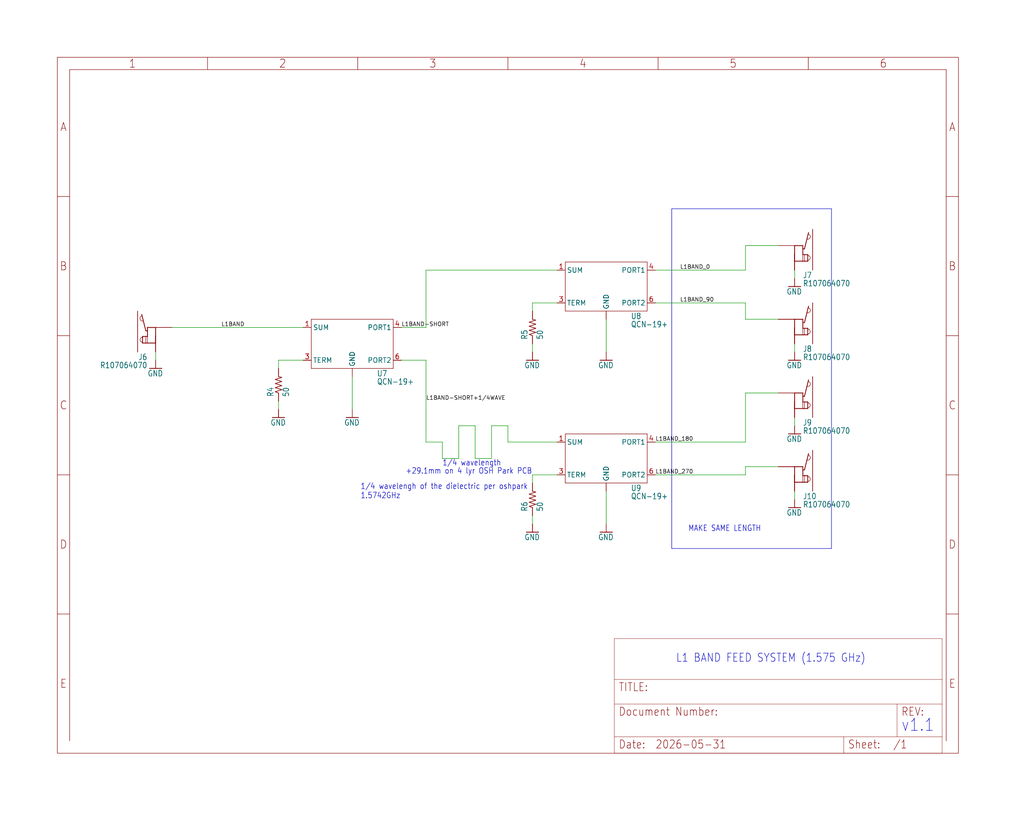
<source format=kicad_sch>
(kicad_sch (version 20250114) (generator "eeschema") (generator_version "9.0")
  (paper "User" 317.5 254.127)
  (lib_symbols
    (symbol "plusz-end-card-with-turnstile-mezzanine-eagle-import:FRAME_A_L"
      (symbol "FRAME_A_L_1_0"
        (polyline (pts (xy 0 215.9) (xy 279.4 215.9) (xy 279.4 0) (xy 0 0) (xy 0 215.9)))
        (polyline (pts (xy 0 172.72) (xy 3.81 172.72)))
        (polyline (pts (xy 0 129.54) (xy 3.81 129.54)))
        (polyline (pts (xy 0 86.36) (xy 3.81 86.36)))
        (polyline (pts (xy 0 43.18) (xy 3.81 43.18)))
        (polyline (pts (xy 3.81 212.09) (xy 3.81 3.81)))
        (polyline (pts (xy 46.5667 215.9) (xy 46.5667 212.09)))
        (polyline (pts (xy 93.1333 215.9) (xy 93.1333 212.09)))
        (polyline (pts (xy 139.7 215.9) (xy 139.7 212.09)))
        (polyline (pts (xy 186.2667 215.9) (xy 186.2667 212.09)))
        (polyline (pts (xy 232.8333 215.9) (xy 232.8333 212.09)))
        (polyline (pts (xy 275.59 212.09) (xy 3.81 212.09)))
        (polyline (pts (xy 275.59 212.09) (xy 275.59 3.81)))
        (polyline (pts (xy 275.59 172.72) (xy 279.4 172.72)))
        (polyline (pts (xy 275.59 129.54) (xy 279.4 129.54)))
        (polyline (pts (xy 275.59 86.36) (xy 279.4 86.36)))
        (polyline (pts (xy 275.59 43.18) (xy 279.4 43.18)))
        (text "A" (at 1.905 194.31 0) (effects (font (size 2.54 2.286))))
        (text "B" (at 1.905 151.13 0) (effects (font (size 2.54 2.286))))
        (text "C" (at 1.905 107.95 0) (effects (font (size 2.54 2.286))))
        (text "D" (at 1.905 64.77 0) (effects (font (size 2.54 2.286))))
        (text "E" (at 1.905 21.59 0) (effects (font (size 2.54 2.286))))
        (text "1" (at 23.2833 213.995 0) (effects (font (size 2.54 2.286))))
        (text "2" (at 69.85 213.995 0) (effects (font (size 2.54 2.286))))
        (text "3" (at 116.4167 213.995 0) (effects (font (size 2.54 2.286))))
        (text "4" (at 162.9833 213.995 0) (effects (font (size 2.54 2.286))))
        (text "5" (at 209.55 213.995 0) (effects (font (size 2.54 2.286))))
        (text "6" (at 256.1167 213.995 0) (effects (font (size 2.54 2.286))))
        (text "A" (at 277.495 194.31 0) (effects (font (size 2.54 2.286))))
        (text "B" (at 277.495 151.13 0) (effects (font (size 2.54 2.286))))
        (text "C" (at 277.495 107.95 0) (effects (font (size 2.54 2.286))))
        (text "D" (at 277.495 64.77 0) (effects (font (size 2.54 2.286))))
        (text "E" (at 277.495 21.59 0) (effects (font (size 2.54 2.286))))
      )
      (symbol "FRAME_A_L_2_0"
        (polyline (pts (xy 0 22.86) (xy 0 35.56)) (stroke (width 0.1016)))
        (polyline (pts (xy 0 22.86) (xy 101.6 22.86)) (stroke (width 0.1016)))
        (polyline (pts (xy 0 15.24) (xy 0 22.86)) (stroke (width 0.1016)))
        (polyline (pts (xy 0 5.08) (xy 0 15.24)) (stroke (width 0.1016)))
        (polyline (pts (xy 0 5.08) (xy 71.12 5.08)) (stroke (width 0.1016)))
        (polyline (pts (xy 0 0) (xy 0 5.08)) (stroke (width 0.1016)))
        (polyline (pts (xy 0 0) (xy 71.12 0)) (stroke (width 0.1016)))
        (polyline (pts (xy 71.12 5.08) (xy 71.12 0)) (stroke (width 0.1016)))
        (polyline (pts (xy 71.12 5.08) (xy 87.63 5.08)) (stroke (width 0.1016)))
        (polyline (pts (xy 71.12 0) (xy 101.6 0)) (stroke (width 0.1016)))
        (polyline (pts (xy 87.63 15.24) (xy 0 15.24)) (stroke (width 0.1016)))
        (polyline (pts (xy 87.63 15.24) (xy 87.63 5.08)) (stroke (width 0.1016)))
        (polyline (pts (xy 87.63 5.08) (xy 101.6 5.08)) (stroke (width 0.1016)))
        (polyline (pts (xy 101.6 35.56) (xy 0 35.56)) (stroke (width 0.1016)))
        (polyline (pts (xy 101.6 35.56) (xy 101.6 22.86)) (stroke (width 0.1016)))
        (polyline (pts (xy 101.6 22.86) (xy 101.6 15.24)) (stroke (width 0.1016)))
        (polyline (pts (xy 101.6 15.24) (xy 87.63 15.24)) (stroke (width 0.1016)))
        (polyline (pts (xy 101.6 15.24) (xy 101.6 5.08)) (stroke (width 0.1016)))
        (polyline (pts (xy 101.6 5.08) (xy 101.6 0)) (stroke (width 0.1016)))
        (text "TITLE:" (at 1.27 19.05 0) (effects (font (size 2.54 2.159)) (justify left bottom)))
        (text "Document Number:" (at 1.27 11.43 0) (effects (font (size 2.54 2.159)) (justify left bottom)))
        (text "Date:" (at 1.27 1.27 0) (effects (font (size 2.54 2.159)) (justify left bottom)))
        (text "${CURRENT_DATE}" (at 12.7 1.27 0) (effects (font (size 2.54 2.159)) (justify left bottom)))
        (text "${PROJECTNAME}" (at 17.78 19.05 0) (effects (font (size 2.54 2.159)) (justify left bottom)))
        (text "Sheet:" (at 72.39 1.27 0) (effects (font (size 2.54 2.159)) (justify left bottom)))
        (text "${#}/${##}" (at 86.36 1.27 0) (effects (font (size 2.54 2.159)) (justify left bottom)))
        (text "REV:" (at 88.9 11.43 0) (effects (font (size 2.54 2.159)) (justify left bottom)))
      )
    )
    (symbol "plusz-end-card-with-turnstile-mezzanine-eagle-import:GND" (power)
      (symbol "GND_1_0"
        (polyline (pts (xy -1.905 0) (xy 1.905 0)) (stroke (width 0.254)))
        (pin power_in line (at 0 2.54 270) (length 2.54) (name "GND") (number "1"))
      )
    )
    (symbol "plusz-end-card-with-turnstile-mezzanine-eagle-import:QCN-XXX+"
      (property "Reference" "U" (at 7.62 -10.16 0))
      (symbol "QCN-XXX+_1_0"
        (polyline (pts (xy -12.7 7.62) (xy -12.7 -7.62)) (stroke (width 0.1524)))
        (polyline (pts (xy -12.7 -7.62) (xy 12.7 -7.62)) (stroke (width 0.1524)))
        (polyline (pts (xy 12.7 7.62) (xy -12.7 7.62)) (stroke (width 0.1524)))
        (polyline (pts (xy 12.7 -7.62) (xy 12.7 7.62)) (stroke (width 0.1524)))
        (pin bidirectional line (at -15.24 5.08 0) (length 2.54) (name "SUM") (number "1"))
        (pin bidirectional line (at -15.24 -5.08 0) (length 2.54) (name "TERM") (number "3"))
        (pin power_in line (at 0 -10.16 90) (length 2.54) (name "GND") (number "2"))
        (pin power_in line (at 0 -10.16 90) (length 2.54) (name "GND") (number "5"))
        (pin bidirectional line (at 15.24 5.08 180) (length 2.54) (name "PORT1") (number "4"))
        (pin bidirectional line (at 15.24 -5.08 180) (length 2.54) (name "PORT2") (number "6"))
      )
    )
    (symbol "plusz-end-card-with-turnstile-mezzanine-eagle-import:R-US_0603-C-NOSILK"
      (property "Reference" "R" (at -3.81 1.4986 0))
      (symbol "R-US_0603-C-NOSILK_1_0"
        (polyline (pts (xy -2.54 0) (xy -2.159 1.016)) (stroke (width 0.2032)))
        (polyline (pts (xy -2.159 1.016) (xy -1.524 -1.016)) (stroke (width 0.2032)))
        (polyline (pts (xy -1.524 -1.016) (xy -0.889 1.016)) (stroke (width 0.2032)))
        (polyline (pts (xy -0.889 1.016) (xy -0.254 -1.016)) (stroke (width 0.2032)))
        (polyline (pts (xy -0.254 -1.016) (xy 0.381 1.016)) (stroke (width 0.2032)))
        (polyline (pts (xy 0.381 1.016) (xy 1.016 -1.016)) (stroke (width 0.2032)))
        (polyline (pts (xy 1.016 -1.016) (xy 1.651 1.016)) (stroke (width 0.2032)))
        (polyline (pts (xy 1.651 1.016) (xy 2.286 -1.016)) (stroke (width 0.2032)))
        (polyline (pts (xy 2.286 -1.016) (xy 2.54 0)) (stroke (width 0.2032)))
        (pin passive line (at -5.08 0 0) (length 2.54) (name "1") (number "1"))
        (pin passive line (at 5.08 0 180) (length 2.54) (name "2") (number "2"))
      )
    )
    (symbol "plusz-end-card-with-turnstile-mezzanine-eagle-import:R107064070"
      (property "Reference" "J" (at 2.54 -10.16 0))
      (symbol "R107064070_1_0"
        (polyline (pts (xy 0 0) (xy 0 -4.826)) (stroke (width 0.254)))
        (polyline (pts (xy 0 -4.826) (xy 2.54 -4.826)) (stroke (width 0.254)))
        (polyline (pts (xy 2.54 0) (xy 0 0)) (stroke (width 0.254)))
        (polyline (pts (xy 2.54 -1.016) (xy 2.54 0)) (stroke (width 0.254)))
        (polyline (pts (xy 2.54 -2.794) (xy 2.54 -1.016)) (stroke (width 0.254)))
        (polyline (pts (xy 2.54 -2.794) (xy 2.54 -4.826)) (stroke (width 0.1524)))
        (polyline (pts (xy 2.54 -4.826) (xy 3.048 -4.826)) (stroke (width 0.254)))
        (polyline (pts (xy 3.048 -1.016) (xy 2.54 -1.016)) (stroke (width 0.254)))
        (polyline (pts (xy 3.048 -2.794) (xy 2.54 -2.794)) (stroke (width 0.254)))
        (polyline (pts (xy 3.048 -4.826) (xy 3.048 -2.794)) (stroke (width 0.1524)))
        (polyline (pts (xy 3.048 -4.826) (xy 4.064 -4.826)) (stroke (width 0.254)))
        (arc (start 4.318 3.556) (mid 4.826 2.54) (end 3.81 2.032) (stroke (width 0.1524)))
        (polyline (pts (xy 4.064 -2.794) (xy 3.048 -2.794)) (stroke (width 0.254)))
        (polyline (pts (xy 4.064 -3.048) (xy 4.064 -2.794)) (stroke (width 0.254)))
        (arc (start 4.064 -3.048) (mid 4.826 -3.81) (end 4.064 -4.572) (stroke (width 0.1524)))
        (polyline (pts (xy 4.064 -4.572) (xy 4.064 -3.048)) (stroke (width 0.254)))
        (polyline (pts (xy 4.064 -4.826) (xy 4.064 -4.572)) (stroke (width 0.254)))
        (polyline (pts (xy 4.318 4.064) (xy 3.048 -1.016)) (stroke (width 0.254)))
        (polyline (pts (xy 5.588 5.08) (xy 5.588 -7.62)) (stroke (width 0.2032)))
        (pin bidirectional line (at -5.08 0 0) (length 5.08) (name "P$1") (number "P$1"))
        (pin bidirectional line (at 0 -7.62 90) (length 5.08) (name "P$2") (number "P$2"))
        (pin bidirectional line (at 0 -7.62 90) (length 5.08) (name "P$2") (number "P$3"))
      )
    )
  )
  (text "MAKE SAME LENGTH" (at 213.36 165.1 0) (effects (font (size 1.778 1.5113)) (justify left bottom)))
  (text "+29.1mm on 4 lyr OSH Park PCB" (at 125.73 147.32 0) (effects (font (size 1.778 1.5113)) (justify left bottom)))
  (text "v1.1" (at 279.4 227.33 0) (effects (font (size 3.81 3.2385)) (justify left bottom)))
  (text "L1 BAND FEED SYSTEM (1.575 GHz)" (at 209.55 205.74 0) (effects (font (size 2.54 2.159)) (justify left bottom)))
  (text "1/4 wavelengh of the dielectric per oshpark\n1.5742GHz" (at 111.76 154.94 0) (effects (font (size 1.778 1.5113)) (justify left bottom)))
  (text "1/4 wavelength" (at 137.16 144.78 0) (effects (font (size 1.778 1.5113)) (justify left bottom)))
  (wire (pts (xy 165.1 106.68) (xy 165.1 109.22)) (stroke (width 0.1524)))
  (wire (pts (xy 109.22 116.84) (xy 109.22 127)) (stroke (width 0.1524)))
  (wire (pts (xy 53.34 101.6) (xy 93.98 101.6)) (stroke (width 0.1524)))
  (wire (pts (xy 231.14 93.98) (xy 231.14 99.06)) (stroke (width 0.1524)))
  (wire (pts (xy 231.14 144.78) (xy 241.3 144.78)) (stroke (width 0.1524)))
  (wire (pts (xy 172.72 93.98) (xy 165.1 93.98)) (stroke (width 0.1524)))
  (wire (pts (xy 172.72 147.32) (xy 165.1 147.32)) (stroke (width 0.1524)))
  (polyline (pts (xy 208.28 64.77) (xy 208.28 170.18)) (stroke (width 0.1524) (type solid)))
  (wire (pts (xy 132.08 137.16) (xy 132.08 111.76)) (stroke (width 0.1524)))
  (wire (pts (xy 231.14 121.92) (xy 241.3 121.92)) (stroke (width 0.1524)))
  (wire (pts (xy 246.38 86.36) (xy 246.38 83.82)) (stroke (width 0.1524)))
  (wire (pts (xy 172.72 83.82) (xy 132.08 83.82)) (stroke (width 0.1524)))
  (wire (pts (xy 203.2 93.98) (xy 231.14 93.98)) (stroke (width 0.1524)))
  (wire (pts (xy 124.46 101.6) (xy 132.08 101.6)) (stroke (width 0.1524)))
  (wire (pts (xy 157.48 137.16) (xy 157.48 132.08)) (stroke (width 0.1524)))
  (wire (pts (xy 48.26 111.76) (xy 48.26 109.22)) (stroke (width 0.1524)))
  (wire (pts (xy 203.2 83.82) (xy 231.14 83.82)) (stroke (width 0.1524)))
  (wire (pts (xy 86.36 111.76) (xy 86.36 114.3)) (stroke (width 0.1524)))
  (wire (pts (xy 231.14 76.2) (xy 241.3 76.2)) (stroke (width 0.1524)))
  (wire (pts (xy 231.14 137.16) (xy 231.14 121.92)) (stroke (width 0.1524)))
  (wire (pts (xy 165.1 160.02) (xy 165.1 162.56)) (stroke (width 0.1524)))
  (wire (pts (xy 152.4 142.24) (xy 147.32 142.24)) (stroke (width 0.1524)))
  (wire (pts (xy 165.1 93.98) (xy 165.1 96.52)) (stroke (width 0.1524)))
  (wire (pts (xy 187.96 152.4) (xy 187.96 162.56)) (stroke (width 0.1524)))
  (wire (pts (xy 231.14 83.82) (xy 231.14 76.2)) (stroke (width 0.1524)))
  (wire (pts (xy 172.72 137.16) (xy 157.48 137.16)) (stroke (width 0.1524)))
  (wire (pts (xy 152.4 132.08) (xy 152.4 142.24)) (stroke (width 0.1524)))
  (wire (pts (xy 187.96 99.06) (xy 187.96 109.22)) (stroke (width 0.1524)))
  (wire (pts (xy 137.16 137.16) (xy 132.08 137.16)) (stroke (width 0.1524)))
  (wire (pts (xy 246.38 132.08) (xy 246.38 129.54)) (stroke (width 0.1524)))
  (wire (pts (xy 86.36 124.46) (xy 86.36 127)) (stroke (width 0.1524)))
  (wire (pts (xy 142.24 142.24) (xy 137.16 142.24)) (stroke (width 0.1524)))
  (wire (pts (xy 132.08 101.6) (xy 132.08 83.82)) (stroke (width 0.1524)))
  (wire (pts (xy 147.32 142.24) (xy 147.32 132.08)) (stroke (width 0.1524)))
  (wire (pts (xy 137.16 142.24) (xy 137.16 137.16)) (stroke (width 0.1524)))
  (wire (pts (xy 231.14 137.16) (xy 203.2 137.16)) (stroke (width 0.1524)))
  (wire (pts (xy 147.32 132.08) (xy 142.24 132.08)) (stroke (width 0.1524)))
  (wire (pts (xy 132.08 111.76) (xy 124.46 111.76)) (stroke (width 0.1524)))
  (wire (pts (xy 165.1 147.32) (xy 165.1 149.86)) (stroke (width 0.1524)))
  (wire (pts (xy 157.48 132.08) (xy 152.4 132.08)) (stroke (width 0.1524)))
  (wire (pts (xy 246.38 109.22) (xy 246.38 106.68)) (stroke (width 0.1524)))
  (polyline (pts (xy 257.81 170.18) (xy 257.81 64.77)) (stroke (width 0.1524) (type solid)))
  (wire (pts (xy 93.98 111.76) (xy 86.36 111.76)) (stroke (width 0.1524)))
  (wire (pts (xy 231.14 147.32) (xy 231.14 144.78)) (stroke (width 0.1524)))
  (polyline (pts (xy 208.28 170.18) (xy 257.81 170.18)) (stroke (width 0.1524) (type solid)))
  (wire (pts (xy 231.14 99.06) (xy 241.3 99.06)) (stroke (width 0.1524)))
  (wire (pts (xy 142.24 132.08) (xy 142.24 142.24)) (stroke (width 0.1524)))
  (polyline (pts (xy 257.81 64.77) (xy 208.28 64.77)) (stroke (width 0.1524) (type solid)))
  (wire (pts (xy 203.2 147.32) (xy 231.14 147.32)) (stroke (width 0.1524)))
  (wire (pts (xy 246.38 154.94) (xy 246.38 152.4)) (stroke (width 0.1524)))
  (label "L1BAND-SHORT" (at 124.46 101.6 0) (effects (font (size 1.2446 1.2446))))
  (label "L1BAND_270" (at 203.2 147.32 0) (effects (font (size 1.2446 1.2446))))
  (label "L1BAND-SHORT+1/4WAVE" (at 132.08 124.46 0) (effects (font (size 1.2446 1.2446))))
  (label "L1BAND_0" (at 210.82 83.82 0) (effects (font (size 1.2446 1.2446))))
  (label "L1BAND_90" (at 210.82 93.98 0) (effects (font (size 1.2446 1.2446))))
  (label "L1BAND_180" (at 203.2 137.16 0) (effects (font (size 1.2446 1.2446))))
  (label "L1BAND" (at 68.58 101.6 0) (effects (font (size 1.2446 1.2446))))
  (symbol (lib_id "plusz-end-card-with-turnstile-mezzanine-eagle-import:GND") (at 246.38 88.9 0) (unit 1)
    (property "Reference" "#GND19" (effects (hide yes)))
    (property "Value" "GND" (at 243.84 91.44 0) (effects (font (size 1.778 1.5113)) (justify left bottom)))
  )
  (symbol (lib_id "plusz-end-card-with-turnstile-mezzanine-eagle-import:GND") (at 109.22 129.54 0) (unit 1)
    (property "Reference" "#GND11" (effects (hide yes)))
    (property "Value" "GND" (at 106.68 132.08 0) (effects (font (size 1.778 1.5113)) (justify left bottom)))
  )
  (symbol (lib_id "plusz-end-card-with-turnstile-mezzanine-eagle-import:R107064070") (at 246.38 99.06 0) (unit 1)
    (property "Reference" "J8" (at 248.92 109.22 0) (effects (font (size 1.778 1.5113)) (justify left bottom)))
    (property "Value" "R107064070" (at 248.92 111.76 0) (effects (font (size 1.778 1.5113)) (justify left bottom)))
    (property "Footprint" "plusz-end-card-with-turnstile-mezzanine:R107064070_SOLDER" (effects (hide yes)))
  )
  (symbol (lib_id "plusz-end-card-with-turnstile-mezzanine-eagle-import:QCN-XXX+") (at 187.96 88.9 0) (unit 1)
    (property "Reference" "U8" (at 195.58 99.06 0) (effects (font (size 1.778 1.5113)) (justify left bottom)))
    (property "Value" "QCN-19+" (at 195.58 101.6 0) (effects (font (size 1.778 1.5113)) (justify left bottom)))
    (property "Footprint" "plusz-end-card-with-turnstile-mezzanine:QCN-XXX+" (effects (hide yes)))
  )
  (symbol (lib_id "plusz-end-card-with-turnstile-mezzanine-eagle-import:GND") (at 246.38 134.62 0) (unit 1)
    (property "Reference" "#GND21" (effects (hide yes)))
    (property "Value" "GND" (at 243.84 137.16 0) (effects (font (size 1.778 1.5113)) (justify left bottom)))
  )
  (symbol (lib_id "plusz-end-card-with-turnstile-mezzanine-eagle-import:R-US_0603-C-NOSILK") (at 165.1 101.6 90) (unit 1)
    (property "Reference" "R5" (at 163.6014 105.41 0) (effects (font (size 1.778 1.5113)) (justify left bottom)))
    (property "Value" "50" (at 168.402 105.41 0) (effects (font (size 1.778 1.5113)) (justify left bottom)))
    (property "Footprint" "plusz-end-card-with-turnstile-mezzanine:.0603-C-NOSILK" (effects (hide yes)))
  )
  (symbol (lib_id "plusz-end-card-with-turnstile-mezzanine-eagle-import:R107064070") (at 246.38 121.92 0) (unit 1)
    (property "Reference" "J9" (at 248.92 132.08 0) (effects (font (size 1.778 1.5113)) (justify left bottom)))
    (property "Value" "R107064070" (at 248.92 134.62 0) (effects (font (size 1.778 1.5113)) (justify left bottom)))
    (property "Footprint" "plusz-end-card-with-turnstile-mezzanine:R107064070_SOLDER" (effects (hide yes)))
  )
  (symbol (lib_id "plusz-end-card-with-turnstile-mezzanine-eagle-import:GND") (at 246.38 111.76 0) (unit 1)
    (property "Reference" "#GND20" (effects (hide yes)))
    (property "Value" "GND" (at 243.84 114.3 0) (effects (font (size 1.778 1.5113)) (justify left bottom)))
  )
  (symbol (lib_id "plusz-end-card-with-turnstile-mezzanine-eagle-import:FRAME_A_L") (at 17.78 233.68 0) (unit 1)
    (property "Reference" "#FRAME2" (effects (hide yes)))
    (property "Value" "FRAME_A_L" (effects (hide yes)))
  )
  (symbol (lib_id "plusz-end-card-with-turnstile-mezzanine-eagle-import:GND") (at 187.96 165.1 0) (unit 1)
    (property "Reference" "#GND13" (effects (hide yes)))
    (property "Value" "GND" (at 185.42 167.64 0) (effects (font (size 1.778 1.5113)) (justify left bottom)))
  )
  (symbol (lib_id "plusz-end-card-with-turnstile-mezzanine-eagle-import:GND") (at 165.1 165.1 0) (unit 1)
    (property "Reference" "#GND17" (effects (hide yes)))
    (property "Value" "GND" (at 162.56 167.64 0) (effects (font (size 1.778 1.5113)) (justify left bottom)))
  )
  (symbol (lib_id "plusz-end-card-with-turnstile-mezzanine-eagle-import:GND") (at 165.1 111.76 0) (unit 1)
    (property "Reference" "#GND16" (effects (hide yes)))
    (property "Value" "GND" (at 162.56 114.3 0) (effects (font (size 1.778 1.5113)) (justify left bottom)))
  )
  (symbol (lib_id "plusz-end-card-with-turnstile-mezzanine-eagle-import:GND") (at 246.38 157.48 0) (unit 1)
    (property "Reference" "#GND22" (effects (hide yes)))
    (property "Value" "GND" (at 243.84 160.02 0) (effects (font (size 1.778 1.5113)) (justify left bottom)))
  )
  (symbol (lib_id "plusz-end-card-with-turnstile-mezzanine-eagle-import:GND") (at 187.96 111.76 0) (unit 1)
    (property "Reference" "#GND12" (effects (hide yes)))
    (property "Value" "GND" (at 185.42 114.3 0) (effects (font (size 1.778 1.5113)) (justify left bottom)))
  )
  (symbol (lib_id "plusz-end-card-with-turnstile-mezzanine-eagle-import:R107064070") (at 246.38 76.2 0) (unit 1)
    (property "Reference" "J7" (at 248.92 86.36 0) (effects (font (size 1.778 1.5113)) (justify left bottom)))
    (property "Value" "R107064070" (at 248.92 88.9 0) (effects (font (size 1.778 1.5113)) (justify left bottom)))
    (property "Footprint" "plusz-end-card-with-turnstile-mezzanine:R107064070_SOLDER" (effects (hide yes)))
  )
  (symbol (lib_id "plusz-end-card-with-turnstile-mezzanine-eagle-import:R-US_0603-C-NOSILK") (at 165.1 154.94 90) (unit 1)
    (property "Reference" "R6" (at 163.6014 158.75 0) (effects (font (size 1.778 1.5113)) (justify left bottom)))
    (property "Value" "50" (at 168.402 158.75 0) (effects (font (size 1.778 1.5113)) (justify left bottom)))
    (property "Footprint" "plusz-end-card-with-turnstile-mezzanine:.0603-C-NOSILK" (effects (hide yes)))
  )
  (symbol (lib_id "plusz-end-card-with-turnstile-mezzanine-eagle-import:FRAME_A_L") (at 190.5 233.68 0) (unit 2)
    (property "Reference" "#FRAME2" (effects (hide yes)))
    (property "Value" "FRAME_A_L" (effects (hide yes)))
  )
  (symbol (lib_id "plusz-end-card-with-turnstile-mezzanine-eagle-import:R107064070") (at 48.26 101.6 0) (mirror y) (unit 1)
    (property "Reference" "J6" (at 45.72 111.76 0) (effects (font (size 1.778 1.5113)) (justify left bottom)))
    (property "Value" "R107064070" (at 45.72 114.3 0) (effects (font (size 1.778 1.5113)) (justify left bottom)))
    (property "Footprint" "plusz-end-card-with-turnstile-mezzanine:R107064070_SOLDER" (effects (hide yes)))
  )
  (symbol (lib_id "plusz-end-card-with-turnstile-mezzanine-eagle-import:R-US_0603-C-NOSILK") (at 86.36 119.38 90) (unit 1)
    (property "Reference" "R4" (at 84.8614 123.19 0) (effects (font (size 1.778 1.5113)) (justify left bottom)))
    (property "Value" "50" (at 89.662 123.19 0) (effects (font (size 1.778 1.5113)) (justify left bottom)))
    (property "Footprint" "plusz-end-card-with-turnstile-mezzanine:.0603-C-NOSILK" (effects (hide yes)))
  )
  (symbol (lib_id "plusz-end-card-with-turnstile-mezzanine-eagle-import:R107064070") (at 246.38 144.78 0) (unit 1)
    (property "Reference" "J10" (at 248.92 154.94 0) (effects (font (size 1.778 1.5113)) (justify left bottom)))
    (property "Value" "R107064070" (at 248.92 157.48 0) (effects (font (size 1.778 1.5113)) (justify left bottom)))
    (property "Footprint" "plusz-end-card-with-turnstile-mezzanine:R107064070_SOLDER" (effects (hide yes)))
  )
  (symbol (lib_id "plusz-end-card-with-turnstile-mezzanine-eagle-import:QCN-XXX+") (at 109.22 106.68 0) (unit 1)
    (property "Reference" "U7" (at 116.84 116.84 0) (effects (font (size 1.778 1.5113)) (justify left bottom)))
    (property "Value" "QCN-19+" (at 116.84 119.38 0) (effects (font (size 1.778 1.5113)) (justify left bottom)))
    (property "Footprint" "plusz-end-card-with-turnstile-mezzanine:QCN-XXX+" (effects (hide yes)))
  )
  (symbol (lib_id "plusz-end-card-with-turnstile-mezzanine-eagle-import:QCN-XXX+") (at 187.96 142.24 0) (unit 1)
    (property "Reference" "U9" (at 195.58 152.4 0) (effects (font (size 1.778 1.5113)) (justify left bottom)))
    (property "Value" "QCN-19+" (at 195.58 154.94 0) (effects (font (size 1.778 1.5113)) (justify left bottom)))
    (property "Footprint" "plusz-end-card-with-turnstile-mezzanine:QCN-XXX+" (effects (hide yes)))
  )
  (symbol (lib_id "plusz-end-card-with-turnstile-mezzanine-eagle-import:GND") (at 48.26 114.3 0) (unit 1)
    (property "Reference" "#GND18" (effects (hide yes)))
    (property "Value" "GND" (at 45.72 116.84 0) (effects (font (size 1.778 1.5113)) (justify left bottom)))
  )
  (symbol (lib_id "plusz-end-card-with-turnstile-mezzanine-eagle-import:GND") (at 86.36 129.54 0) (unit 1)
    (property "Reference" "#GND15" (effects (hide yes)))
    (property "Value" "GND" (at 83.82 132.08 0) (effects (font (size 1.778 1.5113)) (justify left bottom)))
  )
)
</source>
